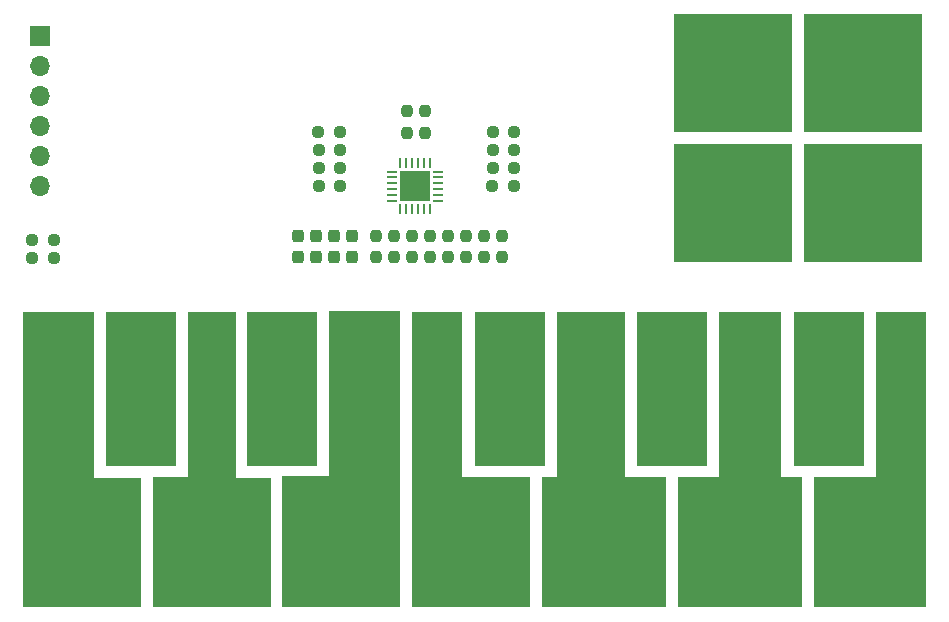
<source format=gts>
%TF.GenerationSoftware,KiCad,Pcbnew,7.0.5*%
%TF.CreationDate,2025-04-23T02:04:11+08:00*%
%TF.ProjectId,touch-test-board,746f7563-682d-4746-9573-742d626f6172,rev?*%
%TF.SameCoordinates,Original*%
%TF.FileFunction,Soldermask,Top*%
%TF.FilePolarity,Negative*%
%FSLAX46Y46*%
G04 Gerber Fmt 4.6, Leading zero omitted, Abs format (unit mm)*
G04 Created by KiCad (PCBNEW 7.0.5) date 2025-04-23 02:04:11*
%MOMM*%
%LPD*%
G01*
G04 APERTURE LIST*
G04 Aperture macros list*
%AMRoundRect*
0 Rectangle with rounded corners*
0 $1 Rounding radius*
0 $2 $3 $4 $5 $6 $7 $8 $9 X,Y pos of 4 corners*
0 Add a 4 corners polygon primitive as box body*
4,1,4,$2,$3,$4,$5,$6,$7,$8,$9,$2,$3,0*
0 Add four circle primitives for the rounded corners*
1,1,$1+$1,$2,$3*
1,1,$1+$1,$4,$5*
1,1,$1+$1,$6,$7*
1,1,$1+$1,$8,$9*
0 Add four rect primitives between the rounded corners*
20,1,$1+$1,$2,$3,$4,$5,0*
20,1,$1+$1,$4,$5,$6,$7,0*
20,1,$1+$1,$6,$7,$8,$9,0*
20,1,$1+$1,$8,$9,$2,$3,0*%
%AMFreePoly0*
4,1,7,2.000000,3.000000,6.000000,3.000000,6.000000,-8.000000,-4.000000,-8.000000,-4.000000,17.000000,2.000000,17.000000,2.000000,3.000000,2.000000,3.000000,$1*%
%AMFreePoly1*
4,1,9,2.000000,5.957574,5.000000,5.957574,5.000000,-5.000000,-5.000000,-5.000000,-5.000000,6.000000,-2.000000,6.000000,-2.000000,20.000000,2.000000,20.000000,2.000000,5.957574,2.000000,5.957574,$1*%
%AMFreePoly2*
4,1,7,5.000000,-5.060000,-5.000000,-5.060000,-5.000000,6.000000,-1.000000,6.000000,-1.000000,19.940000,5.000000,19.940000,5.000000,-5.060000,5.000000,-5.060000,$1*%
%AMFreePoly3*
4,1,7,-2.250000,6.000000,3.500000,6.000000,3.500000,-5.000000,-6.500000,-5.000000,-6.500000,20.000000,-2.250000,20.000000,-2.250000,6.000000,-2.250000,6.000000,$1*%
%AMFreePoly4*
4,1,9,2.500000,7.000000,6.000000,7.000000,6.000000,-4.000000,-4.500000,-4.000000,-4.500000,7.000000,-3.250000,7.000000,-3.250000,21.000000,2.500000,21.000000,2.500000,7.000000,2.500000,7.000000,$1*%
%AMFreePoly5*
4,1,9,4.250000,7.000000,6.000000,7.000000,6.000000,-4.000000,-4.500000,-4.000000,-4.500000,7.000000,-1.000000,7.000000,-1.000000,21.000000,4.250000,21.000000,4.250000,7.000000,4.250000,7.000000,$1*%
%AMFreePoly6*
4,1,7,5.000000,-4.000000,-4.500000,-4.000000,-4.500000,7.000000,0.750000,7.000000,0.750000,21.000000,5.000000,21.000000,5.000000,-4.000000,5.000000,-4.000000,$1*%
G04 Aperture macros list end*
%ADD10RoundRect,0.237500X0.237500X-0.250000X0.237500X0.250000X-0.237500X0.250000X-0.237500X-0.250000X0*%
%ADD11RoundRect,0.237500X-0.237500X0.300000X-0.237500X-0.300000X0.237500X-0.300000X0.237500X0.300000X0*%
%ADD12FreePoly0,0.000000*%
%ADD13R,6.000000X13.000000*%
%ADD14FreePoly1,0.000000*%
%ADD15FreePoly2,0.000000*%
%ADD16FreePoly3,0.000000*%
%ADD17FreePoly4,0.000000*%
%ADD18FreePoly5,0.000000*%
%ADD19FreePoly6,0.000000*%
%ADD20RoundRect,0.237500X-0.250000X-0.237500X0.250000X-0.237500X0.250000X0.237500X-0.250000X0.237500X0*%
%ADD21RoundRect,0.237500X0.250000X0.237500X-0.250000X0.237500X-0.250000X-0.237500X0.250000X-0.237500X0*%
%ADD22RoundRect,0.062500X-0.350000X-0.062500X0.350000X-0.062500X0.350000X0.062500X-0.350000X0.062500X0*%
%ADD23RoundRect,0.062500X-0.062500X-0.350000X0.062500X-0.350000X0.062500X0.350000X-0.062500X0.350000X0*%
%ADD24R,2.600000X2.600000*%
%ADD25R,10.000000X10.000000*%
%ADD26R,1.700000X1.700000*%
%ADD27O,1.700000X1.700000*%
G04 APERTURE END LIST*
D10*
%TO.C,R9*%
X145034000Y-94105500D03*
X145034000Y-92280500D03*
%TD*%
%TO.C,R10*%
X143510000Y-94105500D03*
X143510000Y-92280500D03*
%TD*%
D11*
%TO.C,C3*%
X132334000Y-92330500D03*
X132334000Y-94055500D03*
%TD*%
D10*
%TO.C,R18*%
X137036037Y-83591500D03*
X137036037Y-81766500D03*
%TD*%
%TO.C,R13*%
X138938000Y-94105500D03*
X138938000Y-92280500D03*
%TD*%
D12*
%TO.C,J1*%
X108465611Y-115742574D03*
D13*
X114465611Y-105242574D03*
D14*
X120465611Y-118742574D03*
D13*
X126465611Y-105242574D03*
D15*
X131465611Y-118682574D03*
D16*
X143965611Y-118742574D03*
D13*
X145715611Y-105242574D03*
D17*
X152965611Y-119742574D03*
D13*
X159465611Y-105242574D03*
D18*
X164465611Y-119742574D03*
D13*
X172715611Y-105242574D03*
D19*
X175965611Y-119742574D03*
%TD*%
D20*
%TO.C,R2*%
X129519537Y-85065000D03*
X131344537Y-85065000D03*
%TD*%
%TO.C,R4*%
X129519537Y-88113000D03*
X131344537Y-88113000D03*
%TD*%
D11*
%TO.C,C1*%
X129286000Y-92330500D03*
X129286000Y-94055500D03*
%TD*%
D21*
%TO.C,R8*%
X146050000Y-88113000D03*
X144225000Y-88113000D03*
%TD*%
%TO.C,R20*%
X107090574Y-94209000D03*
X105265574Y-94209000D03*
%TD*%
D11*
%TO.C,C2*%
X127762000Y-92330500D03*
X127762000Y-94055500D03*
%TD*%
D10*
%TO.C,R17*%
X138501611Y-83591500D03*
X138501611Y-81766500D03*
%TD*%
D21*
%TO.C,R5*%
X146076537Y-83541000D03*
X144251537Y-83541000D03*
%TD*%
D22*
%TO.C,U2*%
X135730500Y-86863000D03*
X135730500Y-87363000D03*
X135730500Y-87863000D03*
X135730500Y-88363000D03*
X135730500Y-88863000D03*
X135730500Y-89363000D03*
D23*
X136418000Y-90050500D03*
X136918000Y-90050500D03*
X137418000Y-90050500D03*
X137918000Y-90050500D03*
X138418000Y-90050500D03*
X138918000Y-90050500D03*
D22*
X139605500Y-89363000D03*
X139605500Y-88863000D03*
X139605500Y-88363000D03*
X139605500Y-87863000D03*
X139605500Y-87363000D03*
X139605500Y-86863000D03*
D23*
X138918000Y-86175500D03*
X138418000Y-86175500D03*
X137918000Y-86175500D03*
X137418000Y-86175500D03*
X136918000Y-86175500D03*
X136418000Y-86175500D03*
D24*
X137668000Y-88113000D03*
%TD*%
D21*
%TO.C,R7*%
X146076537Y-86589000D03*
X144251537Y-86589000D03*
%TD*%
D10*
%TO.C,R14*%
X137414000Y-94105500D03*
X137414000Y-92280500D03*
%TD*%
%TO.C,R16*%
X134366000Y-94105500D03*
X134366000Y-92280500D03*
%TD*%
D20*
%TO.C,R1*%
X129493000Y-83541000D03*
X131318000Y-83541000D03*
%TD*%
D10*
%TO.C,R11*%
X141986000Y-94105500D03*
X141986000Y-92280500D03*
%TD*%
D11*
%TO.C,C4*%
X130810000Y-92330500D03*
X130810000Y-94055500D03*
%TD*%
D25*
%TO.C,J2*%
X164643648Y-78535000D03*
X175643648Y-78535000D03*
X164643648Y-89535000D03*
X175643648Y-89535000D03*
%TD*%
D10*
%TO.C,R15*%
X135890000Y-94105500D03*
X135890000Y-92280500D03*
%TD*%
D21*
%TO.C,R6*%
X146076537Y-85065000D03*
X144251537Y-85065000D03*
%TD*%
%TO.C,R19*%
X107090574Y-92685000D03*
X105265574Y-92685000D03*
%TD*%
D20*
%TO.C,R3*%
X129519537Y-86589000D03*
X131344537Y-86589000D03*
%TD*%
D10*
%TO.C,R12*%
X140462000Y-94105500D03*
X140462000Y-92280500D03*
%TD*%
D26*
%TO.C,J3*%
X105918000Y-75413000D03*
D27*
X105918000Y-77953000D03*
X105918000Y-80493000D03*
X105918000Y-83033000D03*
X105918000Y-85573000D03*
X105918000Y-88113000D03*
%TD*%
M02*

</source>
